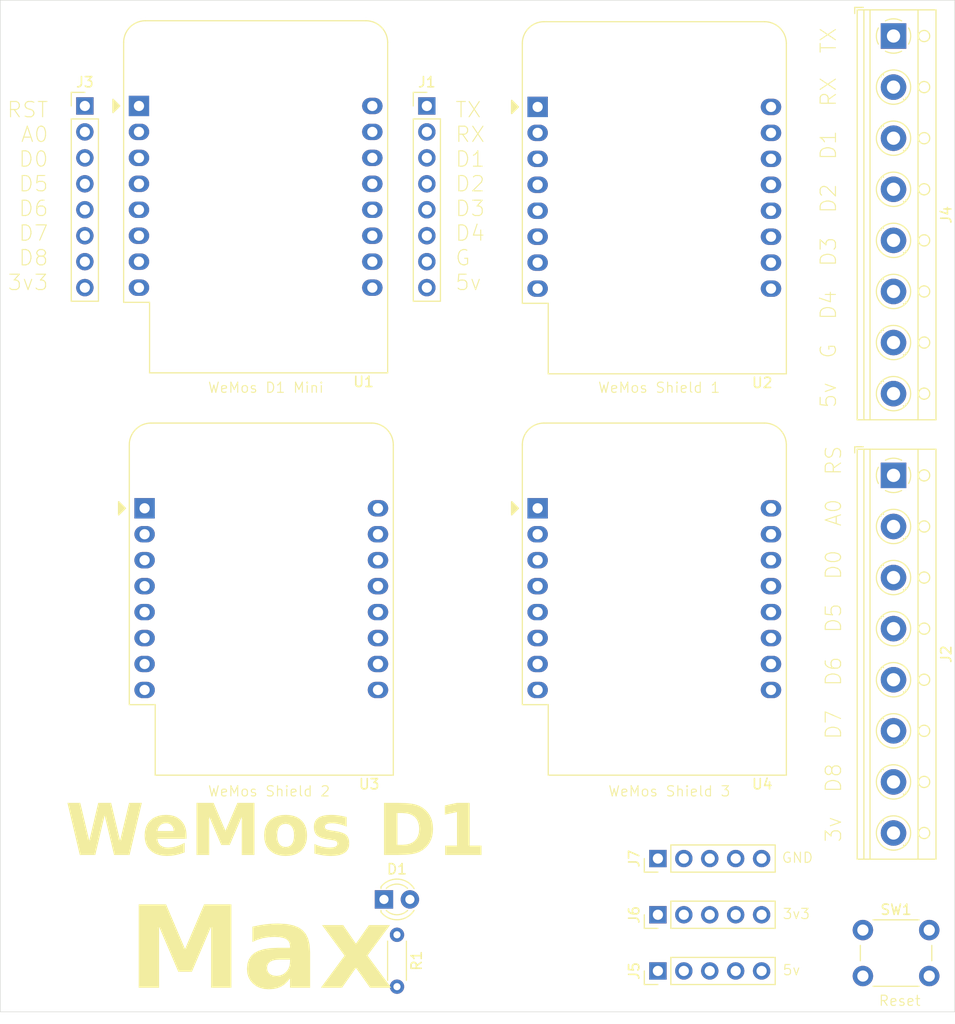
<source format=kicad_pcb>
(kicad_pcb (version 20240108) (generator "pcbnew") (generator_version "8.0")
  (layers (0 "F.Cu" signal) (31 "B.Cu" signal) (34 "B.Paste" user) (35 "F.Paste" user) (36 "B.SilkS" user "B.Silkscreen") (37 "F.SilkS" user "F.Silkscreen") (38 "B.Mask" user) (39 "F.Mask" user) (44 "Edge.Cuts" user))
  (net 0 "")
  (net 1 "Net-(D1-K)")
  (net 2 "Net-(D1-A)")
  (net 3 "Net-(J1-Pin_3)")
  (net 4 "Net-(J1-Pin_4)")
  (net 5 "Net-(J1-Pin_1)")
  (net 6 "Net-(J1-Pin_5)")
  (net 7 "Net-(J1-Pin_2)")
  (net 8 "Net-(J1-Pin_6)")
  (net 9 "Net-(J1-Pin_8)")
  (net 10 "Net-(J2-Pin_1)")
  (net 11 "Net-(J2-Pin_3)")
  (net 12 "Net-(J2-Pin_2)")
  (net 13 "Net-(J2-Pin_5)")
  (net 14 "Net-(J2-Pin_7)")
  (net 15 "Net-(J2-Pin_6)")
  (net 16 "Net-(J2-Pin_8)")
  (net 17 "Net-(J2-Pin_4)")
  (footprint "TerminalBlock_RND:TerminalBlock_RND_205-00018_1x08_P5.00mm_Horizontal" (layer "F.Cu") (at 167.5 53.5 -90)
    (property "Reference" "J4" (at 17.5 -5.16 90) (layer "F.SilkS"))
    (property "Value" "Conn_01x08_Pin - R")
    (fp_line (start -2.8 3.8) (end -2.2 3.8) (stroke (width 0.12)) (layer "F.SilkS"))
    (fp_line (start -2.56 3.561) (end 37.56 3.561) (stroke (width 0.12)) (layer "F.SilkS"))
    (fp_line (start -2.8 2.96) (end -2.8 3.8) (stroke (width 0.12)) (layer "F.SilkS"))
    (fp_line (start -2.56 2.9) (end 37.56 2.9) (stroke (width 0.12)) (layer "F.SilkS"))
    (fp_line (start -2.56 2.3) (end 37.56 2.3) (stroke (width 0.12)) (layer "F.SilkS"))
    (fp_line (start 3.99 1.216) (end 3.931 1.274) (stroke (width 0.12)) (layer "F.SilkS"))
    (fp_line (start 8.99 1.216) (end 8.931 1.274) (stroke (width 0.12)) (layer "F.SilkS"))
    (fp_line (start 13.99 1.216) (end 13.931 1.274) (stroke (width 0.12)) (layer "F.SilkS"))
    (fp_line (start 18.99 1.216) (end 18.931 1.274) (stroke (width 0.12)) (layer "F.SilkS"))
    (fp_line (start 23.99 1.216) (end 23.931 1.274) (stroke (width 0.12)) (layer "F.SilkS"))
    (fp_line (start 28.99 1.216) (end 28.931 1.274) (stroke (width 0.12)) (layer "F.SilkS"))
    (fp_line (start 33.99 1.216) (end 33.931 1.274) (stroke (width 0.12)) (layer "F.SilkS"))
    (fp_line (start 3.82 0.976) (end 3.726 1.069) (stroke (width 0.12)) (layer "F.SilkS"))
    (fp_line (start 8.82 0.976) (end 8.726 1.069) (stroke (width 0.12)) (layer "F.SilkS"))
    (fp_line (start 13.82 0.976) (end 13.726 1.069) (stroke (width 0.12)) (layer "F.SilkS"))
    (fp_line (start 18.82 0.976) (end 18.726 1.069) (stroke (width 0.12)) (layer "F.SilkS"))
    (fp_line (start 23.82 0.976) (end 23.726 1.069) (stroke (width 0.12)) (layer "F.SilkS"))
    (fp_line (start 28.82 0.976) (end 28.726 1.069) (stroke (width 0.12)) (layer "F.SilkS"))
    (fp_line (start 33.82 0.976) (end 33.726 1.069) (stroke (width 0.12)) (layer "F.SilkS"))
    (fp_line (start 6.275 -1.069) (end 6.181 -0.976) (stroke (width 0.12)) (layer "F.SilkS"))
    (fp_line (start 11.275 -1.069) (end 11.181 -0.976) (stroke (width 0.12)) (layer "F.SilkS"))
    (fp_line (start 16.275 -1.069) (end 16.181 -0.976) (stroke (width 0.12)) (layer "F.SilkS"))
    (fp_line (start 21.275 -1.069) (end 21.181 -0.976) (stroke (width 0.12)) (layer "F.SilkS"))
    (fp_line (start 26.275 -1.069) (end 26.181 -0.976) (stroke (width 0.12)) (layer "F.SilkS"))
    (fp_line (start 31.275 -1.069) (end 31.181 -0.976) (stroke (width 0.12)) (layer "F.SilkS"))
    (fp_line (start 36.275 -1.069) (end 36.181 -0.976) (stroke (width 0.12)) (layer "F.SilkS"))
    (fp_line (start 6.07 -1.275) (end 6.011 -1.216) (stroke (width 0.12)) (layer "F.SilkS"))
    (fp_line (start 11.07 -1.275) (end 11.011 -1.216) (stroke (width 0.12)) (layer "F.SilkS"))
    (fp_line (start 16.07 -1.275) (end 16.011 -1.216) (stroke (width 0.12)) (layer "F.SilkS"))
    (fp_line (start 21.07 -1.275) (end 21.011 -1.216) (stroke (width 0.12)) (layer "F.SilkS"))
    (fp_line (start 26.07 -1.275) (end 26.011 -1.216) (stroke (width 0.12)) (layer "F.SilkS"))
    (fp_line (start 31.07 -1.275) (end 31.011 -1.216) (stroke (width 0.12)) (layer "F.SilkS"))
    (fp_line (start 36.07 -1.275) (end 36.011 -1.216) (stroke (width 0.12)) (layer "F.SilkS"))
    (fp_line (start -2.56 -2.4) (end 37.56 -2.4) (stroke (width 0.12)) (layer "F.SilkS"))
    (fp_line (start -2.56 -4.16) (end -2.56 3.561) (stroke (width 0.12)) (layer "F.SilkS"))
    (fp_line (start -2.56 -4.16) (end 37.56 -4.16) (stroke (width 0.12)) (layer "F.SilkS"))
    (fp_line (start 37.56 -4.16) (end 37.56 3.561) (stroke (width 0.12)) (layer "F.SilkS"))
    (fp_arc (start 0.029383 1.68045) (mid -0.392304 1.634281) (end -0.789 1.484) (stroke (width 0.12)) (layer "F.SilkS"))
    (fp_arc (start 0.788712 1.483352) (mid 0.406429 1.630097) (end 0 1.68) (stroke (width 0.12)) (layer "F.SilkS"))
    (fp_arc (start -1.483953 0.789089) (mid -1.680708 0.00005) (end -1.484 -0.789) (stroke (width 0.12)) (layer "F.SilkS"))
    (fp_arc (start 1.483953 -0.789089) (mid 1.680708 -0.00005) (end 1.484 0.789) (stroke (width 0.12)) (layer "F.SilkS"))
    (fp_arc (start -0.789089 -1.483953) (mid -0.00005 -1.680708) (end 0.789 -1.484) (stroke (width 0.12)) (layer "F.SilkS"))
    (fp_circle (center 5 0) (end 6.68 0) (stroke (width 0.12)) (fill none) (layer "F.SilkS"))
    (fp_circle (center 10 0) (end 11.68 0) (stroke (width 0.12)) (fill none) (layer "F.SilkS"))
    (fp_circle (center 15 0) (end 16.68 0) (stroke (width 0.12)) (fill none) (layer "F.SilkS"))
    (fp_circle (center 20 0) (end 21.68 0) (stroke (width 0.12)) (fill none) (layer "F.SilkS"))
    (fp_circle (center 25 0) (end 26.68 0) (stroke (width 0.12)) (fill none) (layer "F.SilkS"))
    (fp_circle (center 30 0) (end 31.68 0) (stroke (width 0.12)) (fill none) (layer "F.SilkS"))
    (fp_circle (center 35 0) (end 36.68 0) (stroke (width 0.12)) (fill none) (layer "F.SilkS"))
    (fp_circle (center 0 -3) (end 0.55 -3) (stroke (width 0.12)) (fill none) (layer "F.SilkS"))
    (fp_circle (center 5 -3) (end 5.55 -3) (stroke (width 0.12)) (fill none) (layer "F.SilkS"))
    (fp_circle (center 10 -3) (end 10.55 -3) (stroke (width 0.12)) (fill none) (layer "F.SilkS"))
    (fp_circle (center 15 -3) (end 15.55 -3) (stroke (width 0.12)) (fill none) (layer "F.SilkS"))
    (fp_circle (center 20 -3) (end 20.55 -3) (stroke (width 0.12)) (fill none) (layer "F.SilkS"))
    (fp_circle (center 25 -3) (end 25.55 -3) (stroke (width 0.12)) (fill none) (layer "F.SilkS"))
    (fp_circle (center 30 -3) (end 30.55 -3) (stroke (width 0.12)) (fill none) (layer "F.SilkS"))
    (fp_circle (center 35 -3) (end 35.55 -3) (stroke (width 0.12)) (fill none) (layer "F.SilkS"))
    (pad "1" thru_hole rect (at 0 0 270) (size 2.5 2.5) (drill 1.3) (layers "*.Cu" "*.Mask") (net 5 "Net-(J1-Pin_1)"))
    (pad "2" thru_hole circle (at 5 0 270) (size 2.5 2.5) (drill 1.3) (layers "*.Cu" "*.Mask") (net 7 "Net-(J1-Pin_2)"))
    (pad "3" thru_hole circle (at 10 0 270) (size 2.5 2.5) (drill 1.3) (layers "*.Cu" "*.Mask") (net 3 "Net-(J1-Pin_3)"))
    (pad "4" thru_hole circle (at 15 0 270) (size 2.5 2.5) (drill 1.3) (layers "*.Cu" "*.Mask") (net 4 "Net-(J1-Pin_4)"))
    (pad "5" thru_hole circle (at 20 0 270) (size 2.5 2.5) (drill 1.3) (layers "*.Cu" "*.Mask") (net 6 "Net-(J1-Pin_5)"))
    (pad "6" thru_hole circle (at 25 0 270) (size 2.5 2.5) (drill 1.3) (layers "*.Cu" "*.Mask") (net 8 "Net-(J1-Pin_6)"))
    (pad "7" thru_hole circle (at 30 0 270) (size 2.5 2.5) (drill 1.3) (layers "*.Cu" "*.Mask") (net 1 "Net-(D1-K)"))
    (pad "8" thru_hole circle (at 35 0 270) (size 2.5 2.5) (drill 1.3) (layers "*.Cu" "*.Mask") (net 9 "Net-(J1-Pin_8)"))
  )
  (footprint "Connector_PinHeader_2.54mm:PinHeader_1x08_P2.54mm_Vertical" (layer "F.Cu") (at 88.287381 60.345)
    (property "Reference" "J3" (at 0 -2.33 0) (layer "F.SilkS"))
    (property "Value" "Conn_01x08_Pin - L")
    (fp_line (start -1.33 -1.33) (end 0 -1.33) (stroke (width 0.12)) (layer "F.SilkS"))
    (fp_line (start -1.33 0) (end -1.33 -1.33) (stroke (width 0.12)) (layer "F.SilkS"))
    (fp_line (start -1.33 1.27) (end -1.33 19.11) (stroke (width 0.12)) (layer "F.SilkS"))
    (fp_line (start -1.33 1.27) (end 1.33 1.27) (stroke (width 0.12)) (layer "F.SilkS"))
    (fp_line (start -1.33 19.11) (end 1.33 19.11) (stroke (width 0.12)) (layer "F.SilkS"))
    (fp_line (start 1.33 1.27) (end 1.33 19.11) (stroke (width 0.12)) (layer "F.SilkS"))
    (pad "1" thru_hole rect (at 0 0) (size 1.7 1.7) (drill 1) (layers "*.Cu" "*.Mask") (net 10 "Net-(J2-Pin_1)"))
    (pad "2" thru_hole oval (at 0 2.54) (size 1.7 1.7) (drill 1) (layers "*.Cu" "*.Mask") (net 12 "Net-(J2-Pin_2)"))
    (pad "3" thru_hole oval (at 0 5.08) (size 1.7 1.7) (drill 1) (layers "*.Cu" "*.Mask") (net 11 "Net-(J2-Pin_3)"))
    (pad "4" thru_hole oval (at 0 7.62) (size 1.7 1.7) (drill 1) (layers "*.Cu" "*.Mask") (net 17 "Net-(J2-Pin_4)"))
    (pad "5" thru_hole oval (at 0 10.16) (size 1.7 1.7) (drill 1) (layers "*.Cu" "*.Mask") (net 13 "Net-(J2-Pin_5)"))
    (pad "6" thru_hole oval (at 0 12.7) (size 1.7 1.7) (drill 1) (layers "*.Cu" "*.Mask") (net 15 "Net-(J2-Pin_6)"))
    (pad "7" thru_hole oval (at 0 15.24) (size 1.7 1.7) (drill 1) (layers "*.Cu" "*.Mask") (net 14 "Net-(J2-Pin_7)"))
    (pad "8" thru_hole oval (at 0 17.78) (size 1.7 1.7) (drill 1) (layers "*.Cu" "*.Mask") (net 16 "Net-(J2-Pin_8)"))
  )
  (footprint "TerminalBlock_RND:TerminalBlock_RND_205-00018_1x08_P5.00mm_Horizontal" (layer "F.Cu") (at 167.5 96.5 -90)
    (property "Reference" "J2" (at 17.5 -5.16 90) (layer "F.SilkS"))
    (property "Value" "Conn_01x08_Pin - L")
    (fp_line (start -2.8 3.8) (end -2.2 3.8) (stroke (width 0.12)) (layer "F.SilkS"))
    (fp_line (start -2.56 3.561) (end 37.56 3.561) (stroke (width 0.12)) (layer "F.SilkS"))
    (fp_line (start -2.8 2.96) (end -2.8 3.8) (stroke (width 0.12)) (layer "F.SilkS"))
    (fp_line (start -2.56 2.9) (end 37.56 2.9) (stroke (width 0.12)) (layer "F.SilkS"))
    (fp_line (start -2.56 2.3) (end 37.56 2.3) (stroke (width 0.12)) (layer "F.SilkS"))
    (fp_line (start 3.99 1.216) (end 3.931 1.274) (stroke (width 0.12)) (layer "F.SilkS"))
    (fp_line (start 8.99 1.216) (end 8.931 1.274) (stroke (width 0.12)) (layer "F.SilkS"))
    (fp_line (start 13.99 1.216) (end 13.931 1.274) (stroke (width 0.12)) (layer "F.SilkS"))
    (fp_line (start 18.99 1.216) (end 18.931 1.274) (stroke (width 0.12)) (layer "F.SilkS"))
    (fp_line (start 23.99 1.216) (end 23.931 1.274) (stroke (width 0.12)) (layer "F.SilkS"))
    (fp_line (start 28.99 1.216) (end 28.931 1.274) (stroke (width 0.12)) (layer "F.SilkS"))
    (fp_line (start 33.99 1.216) (end 33.931 1.274) (stroke (width 0.12)) (layer "F.SilkS"))
    (fp_line (start 3.82 0.976) (end 3.726 1.069) (stroke (width 0.12)) (layer "F.SilkS"))
    (fp_line (start 8.82 0.976) (end 8.726 1.069) (stroke (width 0.12)) (layer "F.SilkS"))
    (fp_line (start 13.82 0.976) (end 13.726 1.069) (stroke (width 0.12)) (layer "F.SilkS"))
    (fp_line (start 18.82 0.976) (end 18.726 1.069) (stroke (width 0.12)) (layer "F.SilkS"))
    (fp_line (start 23.82 0.976) (end 23.726 1.069) (stroke (width 0.12)) (layer "F.SilkS"))
    (fp_line (start 28.82 0.976) (end 28.726 1.069) (stroke (width 0.12)) (layer "F.SilkS"))
    (fp_line (start 33.82 0.976) (end 33.726 1.069) (stroke (width 0.12)) (layer "F.SilkS"))
    (fp_line (start 6.275 -1.069) (end 6.181 -0.976) (stroke (width 0.12)) (layer "F.SilkS"))
    (fp_line (start 11.275 -1.069) (end 11.181 -0.976) (stroke (width 0.12)) (layer "F.SilkS"))
    (fp_line (start 16.275 -1.069) (end 16.181 -0.976) (stroke (width 0.12)) (layer "F.SilkS"))
    (fp_line (start 21.275 -1.069) (end 21.181 -0.976) (stroke (width 0.12)) (layer "F.SilkS"))
    (fp_line (start 26.275 -1.069) (end 26.181 -0.976) (stroke (width 0.12)) (layer "F.SilkS"))
    (fp_line (start 31.275 -1.069) (end 31.181 -0.976) (stroke (width 0.12)) (layer "F.SilkS"))
    (fp_line (start 36.275 -1.069) (end 36.181 -0.976) (stroke (width 0.12)) (layer "F.SilkS"))
    (fp_line (start 6.07 -1.275) (end 6.011 -1.216) (stroke (width 0.12)) (layer "F.SilkS"))
    (fp_line (start 11.07 -1.275) (end 11.011 -1.216) (stroke (width 0.12)) (layer "F.SilkS"))
    (fp_line (start 16.07 -1.275) (end 16.011 -1.216) (stroke (width 0.12)) (layer "F.SilkS"))
    (fp_line (start 21.07 -1.275) (end 21.011 -1.216) (stroke (width 0.12)) (layer "F.SilkS"))
    (fp_line (start 26.07 -1.275) (end 26.011 -1.216) (stroke (width 0.12)) (layer "F.SilkS"))
    (fp_line (start 31.07 -1.275) (end 31.011 -1.216) (stroke (width 0.12)) (layer "F.SilkS"))
    (fp_line (start 36.07 -1.275) (end 36.011 -1.216) (stroke (width 0.12)) (layer "F.SilkS"))
    (fp_line (start -2.56 -2.4) (end 37.56 -2.4) (stroke (width 0.12)) (layer "F.SilkS"))
    (fp_line (start -2.56 -4.16) (end -2.56 3.561) (stroke (width 0.12)) (layer "F.SilkS"))
    (fp_line (start -2.56 -4.16) (end 37.56 -4.16) (stroke (width 0.12)) (layer "F.SilkS"))
    (fp_line (start 37.56 -4.16) (end 37.56 3.561) (stroke (width 0.12)) (layer "F.SilkS"))
    (fp_arc (start 0.029383 1.68045) (mid -0.392304 1.634281) (end -0.789 1.484) (stroke (width 0.12)) (layer "F.SilkS"))
    (fp_arc (start 0.788712 1.483352) (mid 0.406429 1.630097) (end 0 1.68) (stroke (width 0.12)) (layer "F.SilkS"))
    (fp_arc (start -1.483953 0.789089) (mid -1.680708 0.00005) (end -1.484 -0.789) (stroke (width 0.12)) (layer "F.SilkS"))
    (fp_arc (start 1.483953 -0.789089) (mid 1.680708 -0.00005) (end 1.484 0.789) (stroke (width 0.12)) (layer "F.SilkS"))
    (fp_arc (start -0.789089 -1.483953) (mid -0.00005 -1.680708) (end 0.789 -1.484) (stroke (width 0.12)) (layer "F.SilkS"))
    (fp_circle (center 5 0) (end 6.68 0) (stroke (width 0.12)) (fill none) (layer "F.SilkS"))
    (fp_circle (center 10 0) (end 11.68 0) (stroke (width 0.12)) (fill none) (layer "F.SilkS"))
    (fp_circle (center 15 0) (end 16.68 0) (stroke (width 0.12)) (fill none) (layer "F.SilkS"))
    (fp_circle (center 20 0) (end 21.68 0) (stroke (width 0.12)) (fill none) (layer "F.SilkS"))
    (fp_circle (center 25 0) (end 26.68 0) (stroke (width 0.12)) (fill none) (layer "F.SilkS"))
    (fp_circle (center 30 0) (end 31.68 0) (stroke (width 0.12)) (fill none) (layer "F.SilkS"))
    (fp_circle (center 35 0) (end 36.68 0) (stroke (width 0.12)) (fill none) (layer "F.SilkS"))
    (fp_circle (center 0 -3) (end 0.55 -3) (stroke (width 0.12)) (fill none) (layer "F.SilkS"))
    (fp_circle (center 5 -3) (end 5.55 -3) (stroke (width 0.12)) (fill none) (layer "F.SilkS"))
    (fp_circle (center 10 -3) (end 10.55 -3) (stroke (width 0.12)) (fill none) (layer "F.SilkS"))
    (fp_circle (center 15 -3) (end 15.55 -3) (stroke (width 0.12)) (fill none) (layer "F.SilkS"))
    (fp_circle (center 20 -3) (end 20.55 -3) (stroke (width 0.12)) (fill none) (layer "F.SilkS"))
    (fp_circle (center 25 -3) (end 25.55 -3) (stroke (width 0.12)) (fill none) (layer "F.SilkS"))
    (fp_circle (center 30 -3) (end 30.55 -3) (stroke (width 0.12)) (fill none) (layer "F.SilkS"))
    (fp_circle (center 35 -3) (end 35.55 -3) (stroke (width 0.12)) (fill none) (layer "F.SilkS"))
    (pad "1" thru_hole rect (at 0 0 270) (size 2.5 2.5) (drill 1.3) (layers "*.Cu" "*.Mask") (net 10 "Net-(J2-Pin_1)"))
    (pad "2" thru_hole circle (at 5 0 270) (size 2.5 2.5) (drill 1.3) (layers "*.Cu" "*.Mask") (net 12 "Net-(J2-Pin_2)"))
    (pad "3" thru_hole circle (at 10 0 270) (size 2.5 2.5) (drill 1.3) (layers "*.Cu" "*.Mask") (net 11 "Net-(J2-Pin_3)"))
    (pad "4" thru_hole circle (at 15 0 270) (size 2.5 2.5) (drill 1.3) (layers "*.Cu" "*.Mask") (net 17 "Net-(J2-Pin_4)"))
    (pad "5" thru_hole circle (at 20 0 270) (size 2.5 2.5) (drill 1.3) (layers "*.Cu" "*.Mask") (net 13 "Net-(J2-Pin_5)"))
    (pad "6" thru_hole circle (at 25 0 270) (size 2.5 2.5) (drill 1.3) (layers "*.Cu" "*.Mask") (net 15 "Net-(J2-Pin_6)"))
    (pad "7" thru_hole circle (at 30 0 270) (size 2.5 2.5) (drill 1.3) (layers "*.Cu" "*.Mask") (net 14 "Net-(J2-Pin_7)"))
    (pad "8" thru_hole circle (at 35 0 270) (size 2.5 2.5) (drill 1.3) (layers "*.Cu" "*.Mask") (net 16 "Net-(J2-Pin_8)"))
  )
  (footprint "Connector_PinHeader_2.54mm:PinHeader_1x05_P2.54mm_Vertical" (layer "F.Cu") (at 144.42 139.5 90)
    (property "Reference" "J6" (at 0 -2.33 90) (layer "F.SilkS"))
    (property "Value" "Conn_01x05_Pin - 3.3v")
    (fp_line (start -1.33 -1.33) (end 0 -1.33) (stroke (width 0.12)) (layer "F.SilkS"))
    (fp_line (start -1.33 0) (end -1.33 -1.33) (stroke (width 0.12)) (layer "F.SilkS"))
    (fp_line (start 1.33 1.27) (end 1.33 11.49) (stroke (width 0.12)) (layer "F.SilkS"))
    (fp_line (start -1.33 1.27) (end 1.33 1.27) (stroke (width 0.12)) (layer "F.SilkS"))
    (fp_line (start -1.33 1.27) (end -1.33 11.49) (stroke (width 0.12)) (layer "F.SilkS"))
    (fp_line (start -1.33 11.49) (end 1.33 11.49) (stroke (width 0.12)) (layer "F.SilkS"))
    (pad "1" thru_hole rect (at 0 0 90) (size 1.7 1.7) (drill 1) (layers "*.Cu" "*.Mask") (net 16 "Net-(J2-Pin_8)"))
    (pad "2" thru_hole oval (at 0 2.54 90) (size 1.7 1.7) (drill 1) (layers "*.Cu" "*.Mask") (net 16 "Net-(J2-Pin_8)"))
    (pad "3" thru_hole oval (at 0 5.08 90) (size 1.7 1.7) (drill 1) (layers "*.Cu" "*.Mask") (net 16 "Net-(J2-Pin_8)"))
    (pad "4" thru_hole oval (at 0 7.62 90) (size 1.7 1.7) (drill 1) (layers "*.Cu" "*.Mask") (net 16 "Net-(J2-Pin_8)"))
    (pad "5" thru_hole oval (at 0 10.16 90) (size 1.7 1.7) (drill 1) (layers "*.Cu" "*.Mask") (net 16 "Net-(J2-Pin_8)"))
  )
  (footprint "Connector_PinHeader_2.54mm:PinHeader_1x05_P2.54mm_Vertical" (layer "F.Cu") (at 144.42 134 90)
    (property "Reference" "J7" (at 0 -2.33 90) (layer "F.SilkS"))
    (property "Value" "Conn_01x05_Pin - G")
    (fp_line (start -1.33 -1.33) (end 0 -1.33) (stroke (width 0.12)) (layer "F.SilkS"))
    (fp_line (start -1.33 0) (end -1.33 -1.33) (stroke (width 0.12)) (layer "F.SilkS"))
    (fp_line (start 1.33 1.27) (end 1.33 11.49) (stroke (width 0.12)) (layer "F.SilkS"))
    (fp_line (start -1.33 1.27) (end 1.33 1.27) (stroke (width 0.12)) (layer "F.SilkS"))
    (fp_line (start -1.33 1.27) (end -1.33 11.49) (stroke (width 0.12)) (layer "F.SilkS"))
    (fp_line (start -1.33 11.49) (end 1.33 11.49) (stroke (width 0.12)) (layer "F.SilkS"))
    (pad "1" thru_hole rect (at 0 0 90) (size 1.7 1.7) (drill 1) (layers "*.Cu" "*.Mask") (net 1 "Net-(D1-K)"))
    (pad "2" thru_hole oval (at 0 2.54 90) (size 1.7 1.7) (drill 1) (layers "*.Cu" "*.Mask") (net 1 "Net-(D1-K)"))
    (pad "3" thru_hole oval (at 0 5.08 90) (size 1.7 1.7) (drill 1) (layers "*.Cu" "*.Mask") (net 1 "Net-(D1-K)"))
    (pad "4" thru_hole oval (at 0 7.62 90) (size 1.7 1.7) (drill 1) (layers "*.Cu" "*.Mask") (net 1 "Net-(D1-K)"))
    (pad "5" thru_hole oval (at 0 10.16 90) (size 1.7 1.7) (drill 1) (layers "*.Cu" "*.Mask") (net 1 "Net-(D1-K)"))
  )
  (footprint "Module:WEMOS_D1_mini_light" (layer "F.Cu") (at 94.14 99.72)
    (property "Reference" "U3" (at 22 27 0) (layer "F.SilkS"))
    (property "Value" "WeMos_D1_mini")
    (fp_line (start -1.5 19.22) (end -1.5 -6.21) (stroke (width 0.12)) (layer "F.SilkS"))
    (fp_line (start -1.5 19.22) (end 1.04 19.22) (stroke (width 0.12)) (layer "F.SilkS"))
    (fp_line (start 1.04 19.22) (end 1.04 26.12) (stroke (width 0.12)) (layer "F.SilkS"))
    (fp_line (start 1.04 26.12) (end 24.36 26.12) (stroke (width 0.12)) (layer "F.SilkS"))
    (fp_line (start 22.24 -8.34) (end 0.63 -8.34) (stroke (width 0.12)) (layer "F.SilkS"))
    (fp_line (start 24.36 26.12) (end 24.36 -6.21) (stroke (width 0.12)) (layer "F.SilkS"))
    (fp_arc (start -1.5 -6.21) (mid -0.876137 -7.716137) (end 0.63 -8.34) (stroke (width 0.12)) (layer "F.SilkS"))
    (fp_arc (start 22.23 -8.34) (mid 23.736137 -7.716137) (end 24.36 -6.21) (stroke (width 0.12)) (layer "F.SilkS"))
    (fp_poly (pts (xy -2.54 -0.635) (xy -2.54 0.635) (xy -1.905 0)) (stroke (width 0.15)) (fill solid) (layer "F.SilkS"))
    (pad "1" thru_hole rect (at 0 0) (size 2 2) (drill 1) (layers "*.Cu" "*.Mask") (net 10 "Net-(J2-Pin_1)"))
    (pad "2" thru_hole oval (at 0 2.54) (size 2 1.6) (drill 1) (layers "*.Cu" "*.Mask") (net 12 "Net-(J2-Pin_2)"))
    (pad "3" thru_hole oval (at 0 5.08) (size 2 1.6) (drill 1) (layers "*.Cu" "*.Mask") (net 11 "Net-(J2-Pin_3)"))
    (pad "4" thru_hole oval (at 0 7.62) (size 2 1.6) (drill 1) (layers "*.Cu" "*.Mask") (net 17 "Net-(J2-Pin_4)"))
    (pad "5" thru_hole oval (at 0 10.16) (size 2 1.6) (drill 1) (layers "*.Cu" "*.Mask") (net 13 "Net-(J2-Pin_5)"))
    (pad "6" thru_hole oval (at 0 12.7) (size 2 1.6) (drill 1) (layers "*.Cu" "*.Mask") (net 15 "Net-(J2-Pin_6)"))
    (pad "7" thru_hole oval (at 0 15.24) (size 2 1.6) (drill 1) (layers "*.Cu" "*.Mask") (net 14 "Net-(J2-Pin_7)"))
    (pad "8" thru_hole oval (at 0 17.78) (size 2 1.6) (drill 1) (layers "*.Cu" "*.Mask") (net 16 "Net-(J2-Pin_8)"))
    (pad "9" thru_hole oval (at 22.86 17.78) (size 2 1.6) (drill 1) (layers "*.Cu" "*.Mask") (net 9 "Net-(J1-Pin_8)"))
    (pad "10" thru_hole oval (at 22.86 15.24) (size 2 1.6) (drill 1) (layers "*.Cu" "*.Mask") (net 1 "Net-(D1-K)"))
    (pad "11" thru_hole oval (at 22.86 12.7) (size 2 1.6) (drill 1) (layers "*.Cu" "*.Mask") (net 8 "Net-(J1-Pin_6)"))
    (pad "12" thru_hole oval (at 22.86 10.16) (size 2 1.6) (drill 1) (layers "*.Cu" "*.Mask") (net 6 "Net-(J1-Pin_5)"))
    (pad "13" thru_hole oval (at 22.86 7.62) (size 2 1.6) (drill 1) (layers "*.Cu" "*.Mask") (net 4 "Net-(J1-Pin_4)"))
    (pad "14" thru_hole oval (at 22.86 5.08) (size 2 1.6) (drill 1) (layers "*.Cu" "*.Mask") (net 3 "Net-(J1-Pin_3)"))
    (pad "15" thru_hole oval (at 22.86 2.54) (size 2 1.6) (drill 1) (layers "*.Cu" "*.Mask") (net 7 "Net-(J1-Pin_2)"))
    (pad "16" thru_hole oval (at 22.86 0) (size 2 1.6) (drill 1) (layers "*.Cu" "*.Mask") (net 5 "Net-(J1-Pin_1)"))
  )
  (footprint "Module:WEMOS_D1_mini_light" (layer "F.Cu") (at 93.587381 60.345)
    (property "Reference" "U1" (at 22 27 0) (layer "F.SilkS"))
    (property "Value" "WeMos_D1_mini")
    (fp_line (start -1.5 19.22) (end -1.5 -6.21) (stroke (width 0.12)) (layer "F.SilkS"))
    (fp_line (start -1.5 19.22) (end 1.04 19.22) (stroke (width 0.12)) (layer "F.SilkS"))
    (fp_line (start 1.04 19.22) (end 1.04 26.12) (stroke (width 0.12)) (layer "F.SilkS"))
    (fp_line (start 1.04 26.12) (end 24.36 26.12) (stroke (width 0.12)) (layer "F.SilkS"))
    (fp_line (start 22.24 -8.34) (end 0.63 -8.34) (stroke (width 0.12)) (layer "F.SilkS"))
    (fp_line (start 24.36 26.12) (end 24.36 -6.21) (stroke (width 0.12)) (layer "F.SilkS"))
    (fp_arc (start -1.5 -6.21) (mid -0.876137 -7.716137) (end 0.63 -8.34) (stroke (width 0.12)) (layer "F.SilkS"))
    (fp_arc (start 22.23 -8.34) (mid 23.736137 -7.716137) (end 24.36 -6.21) (stroke (width 0.12)) (layer "F.SilkS"))
    (fp_poly (pts (xy -2.54 -0.635) (xy -2.54 0.635) (xy -1.905 0)) (stroke (width 0.15)) (fill solid) (layer "F.SilkS"))
    (pad "1" thru_hole rect (at 0 0) (size 2 2) (drill 1) (layers "*.Cu" "*.Mask") (net 10 "Net-(J2-Pin_1)"))
    (pad "2" thru_hole oval (at 0 2.54) (size 2 1.6) (drill 1) (layers "*.Cu" "*.Mask") (net 12 "Net-(J2-Pin_2)"))
    (pad "3" thru_hole oval (at 0 5.08) (size 2 1.6) (drill 1) (layers "*.Cu" "*.Mask") (net 11 "Net-(J2-Pin_3)"))
    (pad "4" thru_hole oval (at 0 7.62) (size 2 1.6) (drill 1) (layers "*.Cu" "*.Mask") (net 17 "Net-(J2-Pin_4)"))
    (pad "5" thru_hole oval (at 0 10.16) (size 2 1.6) (drill 1) (layers "*.Cu" "*.Mask") (net 13 "Net-(J2-Pin_5)"))
    (pad "6" thru_hole oval (at 0 12.7) (size 2 1.6) (drill 1) (layers "*.Cu" "*.Mask") (net 15 "Net-(J2-Pin_6)"))
    (pad "7" thru_hole oval (at 0 15.24) (size 2 1.6) (drill 1) (layers "*.Cu" "*.Mask") (net 14 "Net-(J2-Pin_7)"))
    (pad "8" thru_hole oval (at 0 17.78) (size 2 1.6) (drill 1) (layers "*.Cu" "*.Mask") (net 16 "Net-(J2-Pin_8)"))
    (pad "9" thru_hole oval (at 22.86 17.78) (size 2 1.6) (drill 1) (layers "*.Cu" "*.Mask") (net 9 "Net-(J1-Pin_8)"))
    (pad "10" thru_hole oval (at 22.86 15.24) (size 2 1.6) (drill 1) (layers "*.Cu" "*.Mask") (net 1 "Net-(D1-K)"))
    (pad "11" thru_hole oval (at 22.86 12.7) (size 2 1.6) (drill 1) (layers "*.Cu" "*.Mask") (net 8 "Net-(J1-Pin_6)"))
    (pad "12" thru_hole oval (at 22.86 10.16) (size 2 1.6) (drill 1) (layers "*.Cu" "*.Mask") (net 6 "Net-(J1-Pin_5)"))
    (pad "13" thru_hole oval (at 22.86 7.62) (size 2 1.6) (drill 1) (layers "*.Cu" "*.Mask") (net 4 "Net-(J1-Pin_4)"))
    (pad "14" thru_hole oval (at 22.86 5.08) (size 2 1.6) (drill 1) (layers "*.Cu" "*.Mask") (net 3 "Net-(J1-Pin_3)"))
    (pad "15" thru_hole oval (at 22.86 2.54) (size 2 1.6) (drill 1) (layers "*.Cu" "*.Mask") (net 7 "Net-(J1-Pin_2)"))
    (pad "16" thru_hole oval (at 22.86 0) (size 2 1.6) (drill 1) (layers "*.Cu" "*.Mask") (net 5 "Net-(J1-Pin_1)"))
  )
  (footprint "Connector_PinHeader_2.54mm:PinHeader_1x05_P2.54mm_Vertical" (layer "F.Cu") (at 144.42 145 90)
    (property "Reference" "J5" (at 0 -2.33 90) (layer "F.SilkS"))
    (property "Value" "Conn_01x05_Pin - 5v")
    (fp_line (start -1.33 -1.33) (end 0 -1.33) (stroke (width 0.12)) (layer "F.SilkS"))
    (fp_line (start -1.33 0) (end -1.33 -1.33) (stroke (width 0.12)) (layer "F.SilkS"))
    (fp_line (start 1.33 1.27) (end 1.33 11.49) (stroke (width 0.12)) (layer "F.SilkS"))
    (fp_line (start -1.33 1.27) (end 1.33 1.27) (stroke (width 0.12)) (layer "F.SilkS"))
    (fp_line (start -1.33 1.27) (end -1.33 11.49) (stroke (width 0.12)) (layer "F.SilkS"))
    (fp_line (start -1.33 11.49) (end 1.33 11.49) (stroke (width 0.12)) (layer "F.SilkS"))
    (pad "1" thru_hole rect (at 0 0 90) (size 1.7 1.7) (drill 1) (layers "*.Cu" "*.Mask") (net 9 "Net-(J1-Pin_8)"))
    (pad "2" thru_hole oval (at 0 2.54 90) (size 1.7 1.7) (drill 1) (layers "*.Cu" "*.Mask") (net 9 "Net-(J1-Pin_8)"))
    (pad "3" thru_hole oval (at 0 5.08 90) (size 1.7 1.7) (drill 1) (layers "*.Cu" "*.Mask") (net 9 "Net-(J1-Pin_8)"))
    (pad "4" thru_hole oval (at 0 7.62 90) (size 1.7 1.7) (drill 1) (layers "*.Cu" "*.Mask") (net 9 "Net-(J1-Pin_8)"))
    (pad "5" thru_hole oval (at 0 10.16 90) (size 1.7 1.7) (drill 1) (layers "*.Cu" "*.Mask") (net 9 "Net-(J1-Pin_8)"))
  )
  (footprint "Connector_PinHeader_2.54mm:PinHeader_1x08_P2.54mm_Vertical" (layer "F.Cu") (at 121.787381 60.345)
    (property "Reference" "J1" (at 0 -2.33 0) (layer "F.SilkS"))
    (property "Value" "Conn_01x08_Pin - R")
    (fp_line (start -1.33 -1.33) (end 0 -1.33) (stroke (width 0.12)) (layer "F.SilkS"))
    (fp_line (start -1.33 0) (end -1.33 -1.33) (stroke (width 0.12)) (layer "F.SilkS"))
    (fp_line (start -1.33 1.27) (end -1.33 19.11) (stroke (width 0.12)) (layer "F.SilkS"))
    (fp_line (start -1.33 1.27) (end 1.33 1.27) (stroke (width 0.12)) (layer "F.SilkS"))
    (fp_line (start -1.33 19.11) (end 1.33 19.11) (stroke (width 0.12)) (layer "F.SilkS"))
    (fp_line (start 1.33 1.27) (end 1.33 19.11) (stroke (width 0.12)) (layer "F.SilkS"))
    (pad "1" thru_hole rect (at 0 0) (size 1.7 1.7) (drill 1) (layers "*.Cu" "*.Mask") (net 5 "Net-(J1-Pin_1)"))
    (pad "2" thru_hole oval (at 0 2.54) (size 1.7 1.7) (drill 1) (layers "*.Cu" "*.Mask") (net 7 "Net-(J1-Pin_2)"))
    (pad "3" thru_hole oval (at 0 5.08) (size 1.7 1.7) (drill 1) (layers "*.Cu" "*.Mask") (net 3 "Net-(J1-Pin_3)"))
    (pad "4" thru_hole oval (at 0 7.62) (size 1.7 1.7) (drill 1) (layers "*.Cu" "*.Mask") (net 4 "Net-(J1-Pin_4)"))
    (pad "5" thru_hole oval (at 0 10.16) (size 1.7 1.7) (drill 1) (layers "*.Cu" "*.Mask") (net 6 "Net-(J1-Pin_5)"))
    (pad "6" thru_hole oval (at 0 12.7) (size 1.7 1.7) (drill 1) (layers "*.Cu" "*.Mask") (net 8 "Net-(J1-Pin_6)"))
    (pad "7" thru_hole oval (at 0 15.24) (size 1.7 1.7) (drill 1) (layers "*.Cu" "*.Mask") (net 1 "Net-(D1-K)"))
    (pad "8" thru_hole oval (at 0 17.78) (size 1.7 1.7) (drill 1) (layers "*.Cu" "*.Mask") (net 9 "Net-(J1-Pin_8)"))
  )
  (footprint "Button_Switch_THT:SW_PUSH_6mm_H5mm" (layer "F.Cu") (at 164.5 141)
    (property "Reference" "SW1" (at 3.25 -2 0) (layer "F.SilkS"))
    (property "Value" "SW_Push")
    (fp_line (start -0.25 1.5) (end -0.25 3) (stroke (width 0.12)) (layer "F.SilkS"))
    (fp_line (start 1 5.5) (end 5.5 5.5) (stroke (width 0.12)) (layer "F.SilkS"))
    (fp_line (start 5.5 -1) (end 1 -1) (stroke (width 0.12)) (layer "F.SilkS"))
    (fp_line (start 6.75 3) (end 6.75 1.5) (stroke (width 0.12)) (layer "F.SilkS"))
    (pad "1" thru_hole circle (at 0 0 90) (size 2 2) (drill 1.1) (layers "*.Cu" "*.Mask") (net 1 "Net-(D1-K)"))
    (pad "1" thru_hole circle (at 6.5 0 90) (size 2 2) (drill 1.1) (layers "*.Cu" "*.Mask") (net 1 "Net-(D1-K)"))
    (pad "2" thru_hole circle (at 0 4.5 90) (size 2 2) (drill 1.1) (layers "*.Cu" "*.Mask") (net 10 "Net-(J2-Pin_1)"))
    (pad "2" thru_hole circle (at 6.5 4.5 90) (size 2 2) (drill 1.1) (layers "*.Cu" "*.Mask") (net 10 "Net-(J2-Pin_1)"))
  )
  (footprint "Resistor_THT:R_Axial_DIN0204_L3.6mm_D1.6mm_P5.08mm_Horizontal" (layer "F.Cu") (at 118.862996 141.46 -90)
    (property "Reference" "R1" (at 2.54 -1.92 90) (layer "F.SilkS"))
    (property "Value" "R")
    (fp_line (start 0.62 0.92) (end 4.46 0.92) (stroke (width 0.12)) (layer "F.SilkS"))
    (fp_line (start 0.62 -0.92) (end 4.46 -0.92) (stroke (width 0.12)) (layer "F.SilkS"))
    (pad "1" thru_hole circle (at 0 0 270) (size 1.4 1.4) (drill 0.7) (layers "*.Cu" "*.Mask") (net 2 "Net-(D1-A)"))
    (pad "2" thru_hole oval (at 5.08 0 270) (size 1.4 1.4) (drill 0.7) (layers "*.Cu" "*.Mask") (net 9 "Net-(J1-Pin_8)"))
  )
  (footprint "Module:WEMOS_D1_mini_light" (layer "F.Cu") (at 132.64 99.72)
    (property "Reference" "U4" (at 22 27 0) (layer "F.SilkS"))
    (property "Value" "WeMos_D1_mini")
    (fp_line (start -1.5 19.22) (end -1.5 -6.21) (stroke (width 0.12)) (layer "F.SilkS"))
    (fp_line (start -1.5 19.22) (end 1.04 19.22) (stroke (width 0.12)) (layer "F.SilkS"))
    (fp_line (start 1.04 19.22) (end 1.04 26.12) (stroke (width 0.12)) (layer "F.SilkS"))
    (fp_line (start 1.04 26.12) (end 24.36 26.12) (stroke (width 0.12)) (layer "F.SilkS"))
    (fp_line (start 22.24 -8.34) (end 0.63 -8.34) (stroke (width 0.12)) (layer "F.SilkS"))
    (fp_line (start 24.36 26.12) (end 24.36 -6.21) (stroke (width 0.12)) (layer "F.SilkS"))
    (fp_arc (start -1.5 -6.21) (mid -0.876137 -7.716137) (end 0.63 -8.34) (stroke (width 0.12)) (layer "F.SilkS"))
    (fp_arc (start 22.23 -8.34) (mid 23.736137 -7.716137) (end 24.36 -6.21) (stroke (width 0.12)) (layer "F.SilkS"))
    (fp_poly (pts (xy -2.54 -0.635) (xy -2.54 0.635) (xy -1.905 0)) (stroke (width 0.15)) (fill solid) (layer "F.SilkS"))
    (pad "1" thru_hole rect (at 0 0) (size 2 2) (drill 1) (layers "*.Cu" "*.Mask") (net 10 "Net-(J2-Pin_1)"))
    (pad "2" thru_hole oval (at 0 2.54) (size 2 1.6) (drill 1) (layers "*.Cu" "*.Mask") (net 12 "Net-(J2-Pin_2)"))
    (pad "3" thru_hole oval (at 0 5.08) (size 2 1.6) (drill 1) (layers "*.Cu" "*.Mask") (net 11 "Net-(J2-Pin_3)"))
    (pad "4" thru_hole oval (at 0 7.62) (size 2 1.6) (drill 1) (layers "*.Cu" "*.Mask") (net 17 "Net-(J2-Pin_4)"))
    (pad "5" thru_hole oval (at 0 10.16) (size 2 1.6) (drill 1) (layers "*.Cu" "*.Mask") (net 13 "Net-(J2-Pin_5)"))
    (pad "6" thru_hole oval (at 0 12.7) (size 2 1.6) (drill 1) (layers "*.Cu" "*.Mask") (net 15 "Net-(J2-Pin_6)"))
    (pad "7" thru_hole oval (at 0 15.24) (size 2 1.6) (drill 1) (layers "*.Cu" "*.Mask") (net 14 "Net-(J2-Pin_7)"))
    (pad "8" thru_hole oval (at 0 17.78) (size 2 1.6) (drill 1) (layers "*.Cu" "*.Mask") (net 16 "Net-(J2-Pin_8)"))
    (pad "9" thru_hole oval (at 22.86 17.78) (size 2 1.6) (drill 1) (layers "*.Cu" "*.Mask") (net 9 "Net-(J1-Pin_8)"))
    (pad "10" thru_hole oval (at 22.86 15.24) (size 2 1.6) (drill 1) (layers "*.Cu" "*.Mask") (net 1 "Net-(D1-K)"))
    (pad "11" thru_hole oval (at 22.86 12.7) (size 2 1.6) (drill 1) (layers "*.Cu" "*.Mask") (net 8 "Net-(J1-Pin_6)"))
    (pad "12" thru_hole oval (at 22.86 10.16) (size 2 1.6) (drill 1) (layers "*.Cu" "*.Mask") (net 6 "Net-(J1-Pin_5)"))
    (pad "13" thru_hole oval (at 22.86 7.62) (size 2 1.6) (drill 1) (layers "*.Cu" "*.Mask") (net 4 "Net-(J1-Pin_4)"))
    (pad "14" thru_hole oval (at 22.86 5.08) (size 2 1.6) (drill 1) (layers "*.Cu" "*.Mask") (net 3 "Net-(J1-Pin_3)"))
    (pad "15" thru_hole oval (at 22.86 2.54) (size 2 1.6) (drill 1) (layers "*.Cu" "*.Mask") (net 7 "Net-(J1-Pin_2)"))
    (pad "16" thru_hole oval (at 22.86 0) (size 2 1.6) (drill 1) (layers "*.Cu" "*.Mask") (net 5 "Net-(J1-Pin_1)"))
  )
  (footprint "Module:WEMOS_D1_mini_light" (layer "F.Cu") (at 132.64 60.44)
    (property "Reference" "U2" (at 22 27 0) (layer "F.SilkS"))
    (property "Value" "WeMos_D1_mini")
    (fp_line (start -1.5 19.22) (end -1.5 -6.21) (stroke (width 0.12)) (layer "F.SilkS"))
    (fp_line (start -1.5 19.22) (end 1.04 19.22) (stroke (width 0.12)) (layer "F.SilkS"))
    (fp_line (start 1.04 19.22) (end 1.04 26.12) (stroke (width 0.12)) (layer "F.SilkS"))
    (fp_line (start 1.04 26.12) (end 24.36 26.12) (stroke (width 0.12)) (layer "F.SilkS"))
    (fp_line (start 22.24 -8.34) (end 0.63 -8.34) (stroke (width 0.12)) (layer "F.SilkS"))
    (fp_line (start 24.36 26.12) (end 24.36 -6.21) (stroke (width 0.12)) (layer "F.SilkS"))
    (fp_arc (start -1.5 -6.21) (mid -0.876137 -7.716137) (end 0.63 -8.34) (stroke (width 0.12)) (layer "F.SilkS"))
    (fp_arc (start 22.23 -8.34) (mid 23.736137 -7.716137) (end 24.36 -6.21) (stroke (width 0.12)) (layer "F.SilkS"))
    (fp_poly (pts (xy -2.54 -0.635) (xy -2.54 0.635) (xy -1.905 0)) (stroke (width 0.15)) (fill solid) (layer "F.SilkS"))
    (pad "1" thru_hole rect (at 0 0) (size 2 2) (drill 1) (layers "*.Cu" "*.Mask") (net 10 "Net-(J2-Pin_1)"))
    (pad "2" thru_hole oval (at 0 2.54) (size 2 1.6) (drill 1) (layers "*.Cu" "*.Mask") (net 12 "Net-(J2-Pin_2)"))
    (pad "3" thru_hole oval (at 0 5.08) (size 2 1.6) (drill 1) (layers "*.Cu" "*.Mask") (net 11 "Net-(J2-Pin_3)"))
    (pad "4" thru_hole oval (at 0 7.62) (size 2 1.6) (drill 1) (layers "*.Cu" "*.Mask") (net 17 "Net-(J2-Pin_4)"))
    (pad "5" thru_hole oval (at 0 10.16) (size 2 1.6) (drill 1) (layers "*.Cu" "*.Mask") (net 13 "Net-(J2-Pin_5)"))
    (pad "6" thru_hole oval (at 0 12.7) (size 2 1.6) (drill 1) (layers "*.Cu" "*.Mask") (net 15 "Net-(J2-Pin_6)"))
    (pad "7" thru_hole oval (at 0 15.24) (size 2 1.6) (drill 1) (layers "*.Cu" "*.Mask") (net 14 "Net-(J2-Pin_7)"))
    (pad "8" thru_hole oval (at 0 17.78) (size 2 1.6) (drill 1) (layers "*.Cu" "*.Mask") (net 16 "Net-(J2-Pin_8)"))
    (pad "9" thru_hole oval (at 22.86 17.78) (size 2 1.6) (drill 1) (layers "*.Cu" "*.Mask") (net 9 "Net-(J1-Pin_8)"))
    (pad "10" thru_hole oval (at 22.86 15.24) (size 2 1.6) (drill 1) (layers "*.Cu" "*.Mask") (net 1 "Net-(D1-K)"))
    (pad "11" thru_hole oval (at 22.86 12.7) (size 2 1.6) (drill 1) (layers "*.Cu" "*.Mask") (net 8 "Net-(J1-Pin_6)"))
    (pad "12" thru_hole oval (at 22.86 10.16) (size 2 1.6) (drill 1) (layers "*.Cu" "*.Mask") (net 6 "Net-(J1-Pin_5)"))
    (pad "13" thru_hole oval (at 22.86 7.62) (size 2 1.6) (drill 1) (layers "*.Cu" "*.Mask") (net 4 "Net-(J1-Pin_4)"))
    (pad "14" thru_hole oval (at 22.86 5.08) (size 2 1.6) (drill 1) (layers "*.Cu" "*.Mask") (net 3 "Net-(J1-Pin_3)"))
    (pad "15" thru_hole oval (at 22.86 2.54) (size 2 1.6) (drill 1) (layers "*.Cu" "*.Mask") (net 7 "Net-(J1-Pin_2)"))
    (pad "16" thru_hole oval (at 22.86 0) (size 2 1.6) (drill 1) (layers "*.Cu" "*.Mask") (net 5 "Net-(J1-Pin_1)"))
  )
  (footprint "LED_THT:LED_D3.0mm" (layer "F.Cu") (at 117.587996 138)
    (property "Reference" "D1" (at 1.27 -2.96 360) (layer "F.SilkS"))
    (property "Value" "LED")
    (fp_line (start -0.29 -1.236) (end -0.29 -1.08) (stroke (width 0.12)) (layer "F.SilkS"))
    (fp_line (start -0.29 1.08) (end -0.29 1.236) (stroke (width 0.12)) (layer "F.SilkS"))
    (fp_arc (start -0.29 -1.235516) (mid 1.366487 -1.987659) (end 2.942335 -1.078608) (stroke (width 0.12)) (layer "F.SilkS"))
    (fp_arc (start 0.229039 -1.08) (mid 1.270117 -1.5) (end 2.31113 -1.079837) (stroke (width 0.12)) (layer "F.SilkS"))
    (fp_arc (start 2.31113 1.079837) (mid 1.270117 1.5) (end 0.229039 1.08) (stroke (width 0.12)) (layer "F.SilkS"))
    (fp_arc (start 2.942335 1.078608) (mid 1.366487 1.987659) (end -0.29 1.235516) (stroke (width 0.12)) (layer "F.SilkS"))
    (pad "1" thru_hole rect (at 0 0) (size 1.8 1.8) (drill 0.9) (layers "*.Cu" "*.Mask") (net 1 "Net-(D1-K)"))
    (pad "2" thru_hole circle (at 2.54 0) (size 1.8 1.8) (drill 0.9) (layers "*.Cu" "*.Mask") (net 2 "Net-(D1-A)"))
  )
  (gr_rect (start 80 50) (end 173.5 149) (stroke (width 0.05)) (fill none) (layer "Edge.Cuts"))
  (gr_text "TX\nRX\nD1\nD2\nD3\nD4\nG\n5v" (at 124.5 78.5 0) (layer "F.SilkS") (effects (font (size 1.5 1.5) (thickness 0.1)) (justify left bottom)))
  (gr_text "3v  D8  D7  D6  D5  D0  A0  RS" (at 162.5 132.5 90) (layer "F.SilkS") (effects (font (size 1.5 1.5) (thickness 0.1)) (justify left bottom)))
  (gr_text "GND" (at 156.5 134.5 0) (layer "F.SilkS") (effects (font (size 1 1) (thickness 0.1)) (justify left bottom)))
  (gr_text "3v3" (at 156.58 140 0) (layer "F.SilkS") (effects (font (size 1 1) (thickness 0.1)) (justify left bottom)))
  (gr_text "Reset" (at 166 148.5 0) (layer "F.SilkS") (effects (font (size 1 1) (thickness 0.1)) (justify left bottom)))
  (gr_text "WeMos Shield 1" (at 138.5 88.5 0) (layer "F.SilkS") (effects (font (size 1 1) (thickness 0.1)) (justify left bottom)))
  (gr_text "Max\n" (at 105.5 148 0) (layer "F.SilkS") (effects (font (size 8 8) (thickness 0.1)) (justify bottom)))
  (gr_text "5v" (at 156.58 145.5 0) (layer "F.SilkS") (effects (font (size 1 1) (thickness 0.1)) (justify left bottom)))
  (gr_text "WeMos D1\n" (at 107 134.5 0) (layer "F.SilkS") (effects (font (size 5 5) (thickness 0.1)) (justify bottom)))
  (gr_text "WeMos Shield 3" (at 139.5 128 0) (layer "F.SilkS") (effects (font (size 1 1) (thickness 0.1)) (justify left bottom)))
  (gr_text "WeMos Shield 2" (at 100.287381 128 0) (layer "F.SilkS") (effects (font (size 1 1) (thickness 0.1)) (justify left bottom)))
  (gr_text "WeMos D1 Mini" (at 100.287381 88.5 0) (layer "F.SilkS") (effects (font (size 1 1) (thickness 0.1)) (justify left bottom)))
  (gr_text "RST\nA0\nD0\nD5\nD6\nD7\nD8\n3v3" (at 84.787381 78.5 0) (layer "F.SilkS") (effects (font (size 1.5 1.5) (thickness 0.1)) (justify right bottom)))
  (gr_text "5v  G  D4  D3  D2  D1  RX  TX" (at 162 90 90) (layer "F.SilkS") (effects (font (size 1.5 1.5) (thickness 0.1)) (justify left bottom)))
)
</source>
